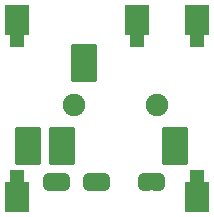
<source format=gbr>
%TF.GenerationSoftware,KiCad,Pcbnew,9.0.1+dfsg-1*%
%TF.CreationDate,2025-05-01T10:56:31+02:00*%
%TF.ProjectId,audio-jack,61756469-6f2d-46a6-9163-6b2e6b696361,rev?*%
%TF.SameCoordinates,Original*%
%TF.FileFunction,Soldermask,Top*%
%TF.FilePolarity,Negative*%
%FSLAX46Y46*%
G04 Gerber Fmt 4.6, Leading zero omitted, Abs format (unit mm)*
G04 Created by KiCad (PCBNEW 9.0.1+dfsg-1) date 2025-05-01 10:56:31*
%MOMM*%
%LPD*%
G01*
G04 APERTURE LIST*
G04 Aperture macros list*
%AMRoundRect*
0 Rectangle with rounded corners*
0 $1 Rounding radius*
0 $2 $3 $4 $5 $6 $7 $8 $9 X,Y pos of 4 corners*
0 Add a 4 corners polygon primitive as box body*
4,1,4,$2,$3,$4,$5,$6,$7,$8,$9,$2,$3,0*
0 Add four circle primitives for the rounded corners*
1,1,$1+$1,$2,$3*
1,1,$1+$1,$4,$5*
1,1,$1+$1,$6,$7*
1,1,$1+$1,$8,$9*
0 Add four rect primitives between the rounded corners*
20,1,$1+$1,$2,$3,$4,$5,0*
20,1,$1+$1,$4,$5,$6,$7,0*
20,1,$1+$1,$6,$7,$8,$9,0*
20,1,$1+$1,$8,$9,$2,$3,0*%
%AMFreePoly0*
4,1,23,0.500000,-0.750000,0.000000,-0.750000,0.000000,-0.745722,-0.065263,-0.745722,-0.191342,-0.711940,-0.304381,-0.646677,-0.396677,-0.554381,-0.461940,-0.441342,-0.495722,-0.315263,-0.495722,-0.250000,-0.500000,-0.250000,-0.500000,0.250000,-0.495722,0.250000,-0.495722,0.315263,-0.461940,0.441342,-0.396677,0.554381,-0.304381,0.646677,-0.191342,0.711940,-0.065263,0.745722,0.000000,0.745722,
0.000000,0.750000,0.500000,0.750000,0.500000,-0.750000,0.500000,-0.750000,$1*%
%AMFreePoly1*
4,1,23,0.000000,0.745722,0.065263,0.745722,0.191342,0.711940,0.304381,0.646677,0.396677,0.554381,0.461940,0.441342,0.495722,0.315263,0.495722,0.250000,0.500000,0.250000,0.500000,-0.250000,0.495722,-0.250000,0.495722,-0.315263,0.461940,-0.441342,0.396677,-0.554381,0.304381,-0.646677,0.191342,-0.711940,0.065263,-0.745722,0.000000,-0.745722,0.000000,-0.750000,-0.500000,-0.750000,
-0.500000,0.750000,0.000000,0.750000,0.000000,0.745722,0.000000,0.745722,$1*%
G04 Aperture macros list end*
%ADD10FreePoly0,0.000000*%
%ADD11FreePoly1,0.000000*%
%ADD12C,1.900000*%
%ADD13RoundRect,0.102000X-1.000000X-1.500000X1.000000X-1.500000X1.000000X1.500000X-1.000000X1.500000X0*%
%ADD14R,2.000000X2.540000*%
%ADD15RoundRect,0.250000X-0.375000X0.375000X-0.375000X-0.375000X0.375000X-0.375000X0.375000X0.375000X0*%
G04 APERTURE END LIST*
%TO.C,JP3*%
G36*
X42860000Y-42290000D02*
G01*
X43160000Y-42290000D01*
X43160000Y-43790000D01*
X42860000Y-43790000D01*
X42860000Y-42290000D01*
G37*
%TO.C,JP2*%
G36*
X50890000Y-42260000D02*
G01*
X51190000Y-42260000D01*
X51190000Y-43760000D01*
X50890000Y-43760000D01*
X50890000Y-42260000D01*
G37*
%TO.C,JP1*%
G36*
X46240000Y-42270000D02*
G01*
X46540000Y-42270000D01*
X46540000Y-43770000D01*
X46240000Y-43770000D01*
X46240000Y-42270000D01*
G37*
%TD*%
D10*
%TO.C,JP3*%
X42360000Y-43040000D03*
D11*
X43660000Y-43040000D03*
%TD*%
D12*
%TO.C,J1*%
X44500000Y-36500000D03*
X51500000Y-36500000D03*
D13*
X40600000Y-40000000D03*
X53000000Y-40000000D03*
X45300000Y-33000000D03*
X43500000Y-40000000D03*
%TD*%
D14*
%TO.C,M1*%
X39650000Y-44300000D03*
D15*
X39650000Y-42600000D03*
D14*
X54890000Y-44300000D03*
D15*
X54890000Y-42600000D03*
X39650000Y-31000000D03*
D14*
X39650000Y-29300000D03*
D15*
X49810000Y-31000000D03*
D14*
X49810000Y-29300000D03*
D15*
X54890000Y-31000000D03*
D14*
X54890000Y-29300000D03*
%TD*%
D10*
%TO.C,JP2*%
X50390000Y-43010000D03*
D11*
X51690000Y-43010000D03*
%TD*%
D10*
%TO.C,JP1*%
X45740000Y-43020000D03*
D11*
X47040000Y-43020000D03*
%TD*%
M02*

</source>
